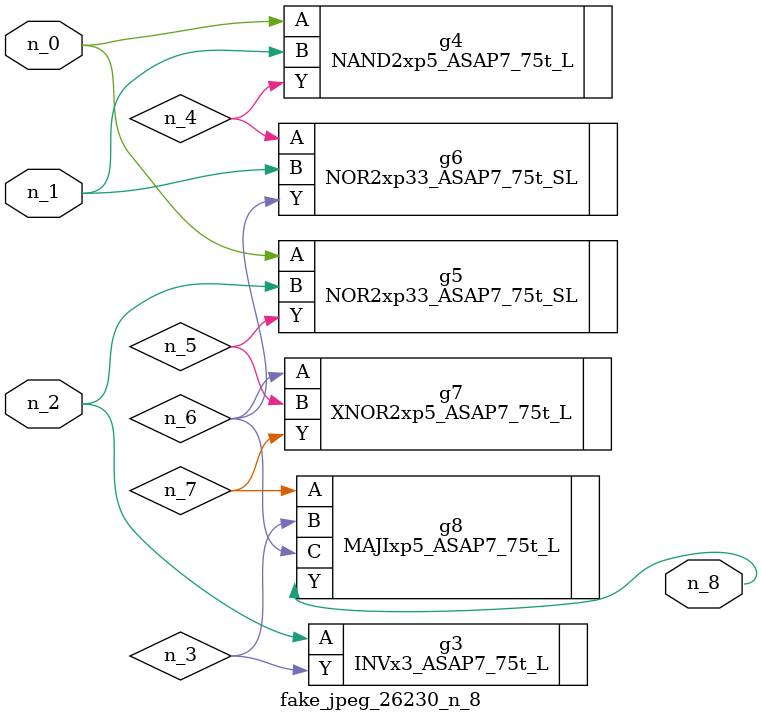
<source format=v>
module fake_jpeg_26230_n_8 (n_0, n_2, n_1, n_8);

input n_0;
input n_2;
input n_1;

output n_8;

wire n_3;
wire n_4;
wire n_6;
wire n_5;
wire n_7;

INVx3_ASAP7_75t_L g3 ( 
.A(n_2),
.Y(n_3)
);

NAND2xp5_ASAP7_75t_L g4 ( 
.A(n_0),
.B(n_1),
.Y(n_4)
);

NOR2xp33_ASAP7_75t_SL g5 ( 
.A(n_0),
.B(n_2),
.Y(n_5)
);

NOR2xp33_ASAP7_75t_SL g6 ( 
.A(n_4),
.B(n_1),
.Y(n_6)
);

XNOR2xp5_ASAP7_75t_L g7 ( 
.A(n_6),
.B(n_5),
.Y(n_7)
);

MAJIxp5_ASAP7_75t_L g8 ( 
.A(n_7),
.B(n_3),
.C(n_6),
.Y(n_8)
);


endmodule
</source>
